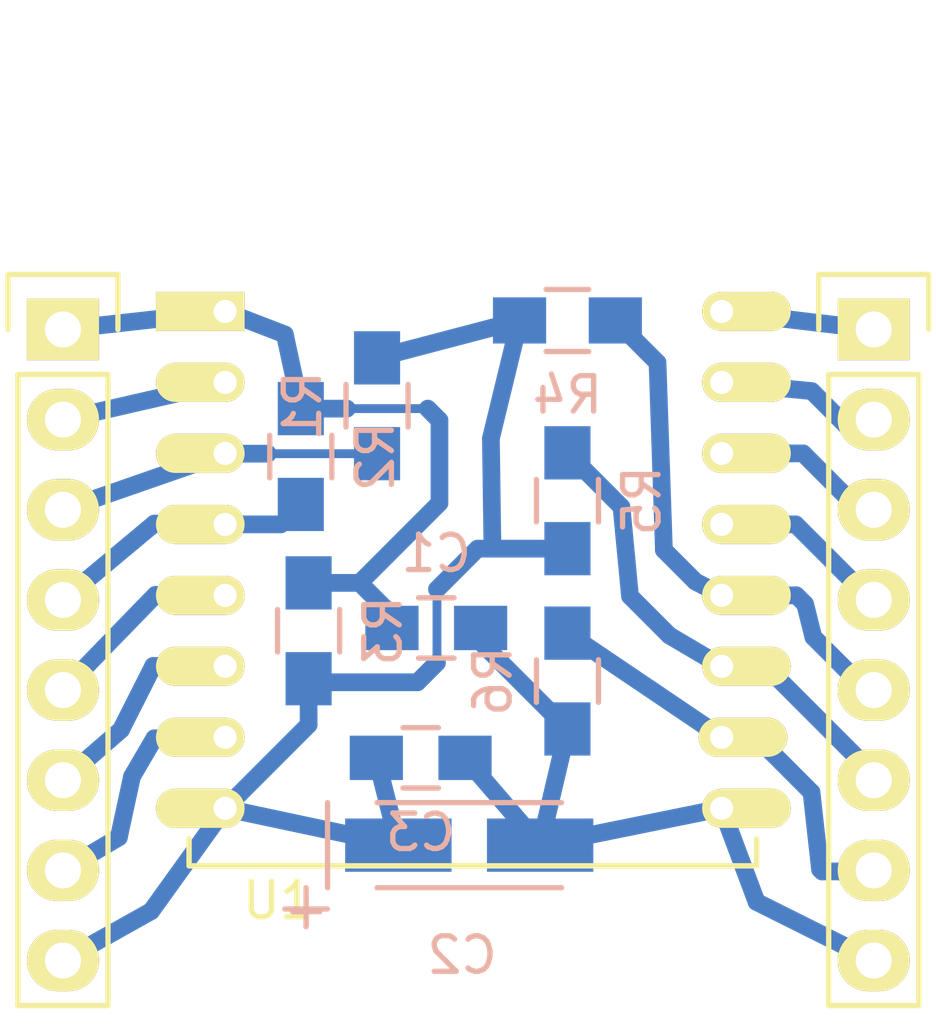
<source format=kicad_pcb>
(kicad_pcb (version 4) (host pcbnew 4.0.2-stable)

  (general
    (links 34)
    (no_connects 0)
    (area 179.295667 102.276999 212.372334 131.715)
    (thickness 1.6)
    (drawings 0)
    (tracks 95)
    (zones 0)
    (modules 12)
    (nets 17)
  )

  (page A4)
  (layers
    (0 F.Cu signal)
    (31 B.Cu signal)
    (32 B.Adhes user)
    (33 F.Adhes user)
    (34 B.Paste user)
    (35 F.Paste user)
    (36 B.SilkS user)
    (37 F.SilkS user)
    (38 B.Mask user)
    (39 F.Mask user)
    (40 Dwgs.User user)
    (41 Cmts.User user)
    (42 Eco1.User user)
    (43 Eco2.User user)
    (44 Edge.Cuts user)
    (45 Margin user)
    (46 B.CrtYd user)
    (47 F.CrtYd user)
    (48 B.Fab user)
    (49 F.Fab user)
  )

  (setup
    (last_trace_width 0.5)
    (user_trace_width 0.25)
    (user_trace_width 0.5)
    (trace_clearance 0.2)
    (zone_clearance 0.508)
    (zone_45_only no)
    (trace_min 0.2)
    (segment_width 0.2)
    (edge_width 0.15)
    (via_size 0.6)
    (via_drill 0.4)
    (via_min_size 0.4)
    (via_min_drill 0.3)
    (uvia_size 0.3)
    (uvia_drill 0.1)
    (uvias_allowed no)
    (uvia_min_size 0.2)
    (uvia_min_drill 0.1)
    (pcb_text_width 0.3)
    (pcb_text_size 1.5 1.5)
    (mod_edge_width 0.15)
    (mod_text_size 1 1)
    (mod_text_width 0.15)
    (pad_size 1.524 1.524)
    (pad_drill 0.762)
    (pad_to_mask_clearance 0.2)
    (aux_axis_origin 0 0)
    (visible_elements 7FFFFFFF)
    (pcbplotparams
      (layerselection 0x010f0_80000001)
      (usegerberextensions false)
      (excludeedgelayer true)
      (linewidth 0.100000)
      (plotframeref false)
      (viasonmask false)
      (mode 1)
      (useauxorigin false)
      (hpglpennumber 1)
      (hpglpenspeed 20)
      (hpglpendiameter 15)
      (hpglpenoverlay 2)
      (psnegative false)
      (psa4output false)
      (plotreference true)
      (plotvalue true)
      (plotinvisibletext false)
      (padsonsilk false)
      (subtractmaskfromsilk false)
      (outputformat 1)
      (mirror false)
      (drillshape 0)
      (scaleselection 1)
      (outputdirectory ""))
  )

  (net 0 "")
  (net 1 GND)
  (net 2 +3V3)
  (net 3 /REST)
  (net 4 /ADC)
  (net 5 /EN)
  (net 6 /GPIO16)
  (net 7 /GPIO14)
  (net 8 /GPIO12)
  (net 9 /GPIO13)
  (net 10 /TXD)
  (net 11 /RXD)
  (net 12 /GPIO5)
  (net 13 /GPIO4)
  (net 14 /GPIO0)
  (net 15 /GPIO2)
  (net 16 /GPIO15)

  (net_class Default "This is the default net class."
    (clearance 0.2)
    (trace_width 0.25)
    (via_dia 0.6)
    (via_drill 0.4)
    (uvia_dia 0.3)
    (uvia_drill 0.1)
    (add_net +3V3)
    (add_net /ADC)
    (add_net /EN)
    (add_net /GPIO0)
    (add_net /GPIO12)
    (add_net /GPIO13)
    (add_net /GPIO14)
    (add_net /GPIO15)
    (add_net /GPIO16)
    (add_net /GPIO2)
    (add_net /GPIO4)
    (add_net /GPIO5)
    (add_net /REST)
    (add_net /RXD)
    (add_net /TXD)
    (add_net GND)
  )

  (net_class thicker ""
    (clearance 0.2)
    (trace_width 0.5)
    (via_dia 0.6)
    (via_drill 0.4)
    (uvia_dia 0.3)
    (uvia_drill 0.1)
  )

  (module "ESP Footprints:ESP-12" (layer F.Cu) (tedit 55BE5912) (tstamp 5707A4B6)
    (at 188.976 111.252)
    (descr "Module, ESP-8266, ESP-12, 16 pad, SMD")
    (tags "Module ESP-8266 ESP8266")
    (path /5707A1DC)
    (fp_text reference U1 (at 1.5 16.6) (layer F.SilkS)
      (effects (font (size 1 1) (thickness 0.15)))
    )
    (fp_text value ESP-12 (at 6.992 1) (layer F.Fab)
      (effects (font (size 1 1) (thickness 0.15)))
    )
    (fp_line (start -2.25 -0.5) (end -2.25 -8.75) (layer F.CrtYd) (width 0.05))
    (fp_line (start -2.25 -8.75) (end 15.25 -8.75) (layer F.CrtYd) (width 0.05))
    (fp_line (start 15.25 -8.75) (end 16.25 -8.75) (layer F.CrtYd) (width 0.05))
    (fp_line (start 16.25 -8.75) (end 16.25 16) (layer F.CrtYd) (width 0.05))
    (fp_line (start 16.25 16) (end -2.25 16) (layer F.CrtYd) (width 0.05))
    (fp_line (start -2.25 16) (end -2.25 -0.5) (layer F.CrtYd) (width 0.05))
    (fp_line (start -1.016 -8.382) (end 14.986 -8.382) (layer F.CrtYd) (width 0.1524))
    (fp_line (start 14.986 -8.382) (end 14.986 -0.889) (layer F.CrtYd) (width 0.1524))
    (fp_line (start -1.016 -8.382) (end -1.016 -1.016) (layer F.CrtYd) (width 0.1524))
    (fp_line (start -1.016 14.859) (end -1.016 15.621) (layer F.SilkS) (width 0.1524))
    (fp_line (start -1.016 15.621) (end 14.986 15.621) (layer F.SilkS) (width 0.1524))
    (fp_line (start 14.986 15.621) (end 14.986 14.859) (layer F.SilkS) (width 0.1524))
    (fp_line (start 14.992 -8.4) (end -1.008 -2.6) (layer F.CrtYd) (width 0.1524))
    (fp_line (start -1.008 -8.4) (end 14.992 -2.6) (layer F.CrtYd) (width 0.1524))
    (fp_text user "No Copper" (at 6.892 -5.4) (layer F.CrtYd)
      (effects (font (size 1 1) (thickness 0.15)))
    )
    (fp_line (start -1.008 -2.6) (end 14.992 -2.6) (layer F.CrtYd) (width 0.1524))
    (fp_line (start 15 -8.4) (end 15 15.6) (layer F.Fab) (width 0.05))
    (fp_line (start 14.992 15.6) (end -1.008 15.6) (layer F.Fab) (width 0.05))
    (fp_line (start -1.008 15.6) (end -1.008 -8.4) (layer F.Fab) (width 0.05))
    (fp_line (start -1.008 -8.4) (end 14.992 -8.4) (layer F.Fab) (width 0.05))
    (pad 1 thru_hole rect (at 0 0) (size 2.5 1.1) (drill 0.65 (offset -0.7 0)) (layers *.Cu *.Mask F.SilkS)
      (net 3 /REST))
    (pad 2 thru_hole oval (at 0 2) (size 2.5 1.1) (drill 0.65 (offset -0.7 0)) (layers *.Cu *.Mask F.SilkS)
      (net 4 /ADC))
    (pad 3 thru_hole oval (at 0 4) (size 2.5 1.1) (drill 0.65 (offset -0.7 0)) (layers *.Cu *.Mask F.SilkS)
      (net 5 /EN))
    (pad 4 thru_hole oval (at 0 6) (size 2.5 1.1) (drill 0.65 (offset -0.7 0)) (layers *.Cu *.Mask F.SilkS)
      (net 6 /GPIO16))
    (pad 5 thru_hole oval (at 0 8) (size 2.5 1.1) (drill 0.65 (offset -0.7 0)) (layers *.Cu *.Mask F.SilkS)
      (net 7 /GPIO14))
    (pad 6 thru_hole oval (at 0 10) (size 2.5 1.1) (drill 0.65 (offset -0.7 0)) (layers *.Cu *.Mask F.SilkS)
      (net 8 /GPIO12))
    (pad 7 thru_hole oval (at 0 12) (size 2.5 1.1) (drill 0.65 (offset -0.7 0)) (layers *.Cu *.Mask F.SilkS)
      (net 9 /GPIO13))
    (pad 8 thru_hole oval (at 0 14) (size 2.5 1.1) (drill 0.65 (offset -0.7 0)) (layers *.Cu *.Mask F.SilkS)
      (net 2 +3V3))
    (pad 9 thru_hole oval (at 14 14) (size 2.5 1.1) (drill 0.65 (offset 0.7 0)) (layers *.Cu *.Mask F.SilkS)
      (net 1 GND))
    (pad 10 thru_hole oval (at 14 12) (size 2.5 1.1) (drill 0.65 (offset 0.6 0)) (layers *.Cu *.Mask F.SilkS)
      (net 16 /GPIO15))
    (pad 11 thru_hole oval (at 14 10) (size 2.5 1.1) (drill 0.65 (offset 0.7 0)) (layers *.Cu *.Mask F.SilkS)
      (net 15 /GPIO2))
    (pad 12 thru_hole oval (at 14 8) (size 2.5 1.1) (drill 0.65 (offset 0.7 0)) (layers *.Cu *.Mask F.SilkS)
      (net 14 /GPIO0))
    (pad 13 thru_hole oval (at 14 6) (size 2.5 1.1) (drill 0.65 (offset 0.7 0)) (layers *.Cu *.Mask F.SilkS)
      (net 13 /GPIO4))
    (pad 14 thru_hole oval (at 14 4) (size 2.5 1.1) (drill 0.65 (offset 0.7 0)) (layers *.Cu *.Mask F.SilkS)
      (net 12 /GPIO5))
    (pad 15 thru_hole oval (at 14 2) (size 2.5 1.1) (drill 0.65 (offset 0.7 0)) (layers *.Cu *.Mask F.SilkS)
      (net 11 /RXD))
    (pad 16 thru_hole oval (at 14 0) (size 2.5 1.1) (drill 0.65 (offset 0.7 0)) (layers *.Cu *.Mask F.SilkS)
      (net 10 /TXD))
    (model ${ESPLIB}/ESP8266.3dshapes/ESP-12.wrl
      (at (xyz 0 0 0))
      (scale (xyz 0.3937 0.3937 0.3937))
      (rotate (xyz 0 0 0))
    )
  )

  (module Pin_Headers:Pin_Header_Straight_1x08 (layer F.Cu) (tedit 5706458F) (tstamp 570641C7)
    (at 184.404 111.76)
    (descr "Through hole pin header")
    (tags "pin header")
    (path /57064122)
    (fp_text reference P1 (at 0 -5.1) (layer F.SilkS) hide
      (effects (font (size 1 1) (thickness 0.15)))
    )
    (fp_text value CONN_01X08 (at 0 -3.1) (layer F.Fab) hide
      (effects (font (size 1 1) (thickness 0.15)))
    )
    (fp_line (start -1.75 -1.75) (end -1.75 19.55) (layer F.CrtYd) (width 0.05))
    (fp_line (start 1.75 -1.75) (end 1.75 19.55) (layer F.CrtYd) (width 0.05))
    (fp_line (start -1.75 -1.75) (end 1.75 -1.75) (layer F.CrtYd) (width 0.05))
    (fp_line (start -1.75 19.55) (end 1.75 19.55) (layer F.CrtYd) (width 0.05))
    (fp_line (start 1.27 1.27) (end 1.27 19.05) (layer F.SilkS) (width 0.15))
    (fp_line (start 1.27 19.05) (end -1.27 19.05) (layer F.SilkS) (width 0.15))
    (fp_line (start -1.27 19.05) (end -1.27 1.27) (layer F.SilkS) (width 0.15))
    (fp_line (start 1.55 -1.55) (end 1.55 0) (layer F.SilkS) (width 0.15))
    (fp_line (start 1.27 1.27) (end -1.27 1.27) (layer F.SilkS) (width 0.15))
    (fp_line (start -1.55 0) (end -1.55 -1.55) (layer F.SilkS) (width 0.15))
    (fp_line (start -1.55 -1.55) (end 1.55 -1.55) (layer F.SilkS) (width 0.15))
    (pad 1 thru_hole rect (at 0 0) (size 2.032 1.7272) (drill 1.016) (layers *.Cu *.Mask F.SilkS)
      (net 3 /REST))
    (pad 2 thru_hole oval (at 0 2.54) (size 2.032 1.7272) (drill 1.016) (layers *.Cu *.Mask F.SilkS)
      (net 4 /ADC))
    (pad 3 thru_hole oval (at 0 5.08) (size 2.032 1.7272) (drill 1.016) (layers *.Cu *.Mask F.SilkS)
      (net 5 /EN))
    (pad 4 thru_hole oval (at 0 7.62) (size 2.032 1.7272) (drill 1.016) (layers *.Cu *.Mask F.SilkS)
      (net 6 /GPIO16))
    (pad 5 thru_hole oval (at 0 10.16) (size 2.032 1.7272) (drill 1.016) (layers *.Cu *.Mask F.SilkS)
      (net 7 /GPIO14))
    (pad 6 thru_hole oval (at 0 12.7) (size 2.032 1.7272) (drill 1.016) (layers *.Cu *.Mask F.SilkS)
      (net 8 /GPIO12))
    (pad 7 thru_hole oval (at 0 15.24) (size 2.032 1.7272) (drill 1.016) (layers *.Cu *.Mask F.SilkS)
      (net 9 /GPIO13))
    (pad 8 thru_hole oval (at 0 17.78) (size 2.032 1.7272) (drill 1.016) (layers *.Cu *.Mask F.SilkS)
      (net 2 +3V3))
    (model Pin_Headers.3dshapes/Pin_Header_Straight_1x08.wrl
      (at (xyz 0 -0.35 0))
      (scale (xyz 1 1 1))
      (rotate (xyz 0 0 90))
    )
  )

  (module Pin_Headers:Pin_Header_Straight_1x08 (layer F.Cu) (tedit 57064589) (tstamp 570641D3)
    (at 207.264 111.76)
    (descr "Through hole pin header")
    (tags "pin header")
    (path /570641B9)
    (fp_text reference P2 (at 0 -5.1) (layer F.SilkS) hide
      (effects (font (size 1 1) (thickness 0.15)))
    )
    (fp_text value CONN_01X08 (at 0 -3.1) (layer F.Fab) hide
      (effects (font (size 1 1) (thickness 0.15)))
    )
    (fp_line (start -1.75 -1.75) (end -1.75 19.55) (layer F.CrtYd) (width 0.05))
    (fp_line (start 1.75 -1.75) (end 1.75 19.55) (layer F.CrtYd) (width 0.05))
    (fp_line (start -1.75 -1.75) (end 1.75 -1.75) (layer F.CrtYd) (width 0.05))
    (fp_line (start -1.75 19.55) (end 1.75 19.55) (layer F.CrtYd) (width 0.05))
    (fp_line (start 1.27 1.27) (end 1.27 19.05) (layer F.SilkS) (width 0.15))
    (fp_line (start 1.27 19.05) (end -1.27 19.05) (layer F.SilkS) (width 0.15))
    (fp_line (start -1.27 19.05) (end -1.27 1.27) (layer F.SilkS) (width 0.15))
    (fp_line (start 1.55 -1.55) (end 1.55 0) (layer F.SilkS) (width 0.15))
    (fp_line (start 1.27 1.27) (end -1.27 1.27) (layer F.SilkS) (width 0.15))
    (fp_line (start -1.55 0) (end -1.55 -1.55) (layer F.SilkS) (width 0.15))
    (fp_line (start -1.55 -1.55) (end 1.55 -1.55) (layer F.SilkS) (width 0.15))
    (pad 1 thru_hole rect (at 0 0) (size 2.032 1.7272) (drill 1.016) (layers *.Cu *.Mask F.SilkS)
      (net 10 /TXD))
    (pad 2 thru_hole oval (at 0 2.54) (size 2.032 1.7272) (drill 1.016) (layers *.Cu *.Mask F.SilkS)
      (net 11 /RXD))
    (pad 3 thru_hole oval (at 0 5.08) (size 2.032 1.7272) (drill 1.016) (layers *.Cu *.Mask F.SilkS)
      (net 12 /GPIO5))
    (pad 4 thru_hole oval (at 0 7.62) (size 2.032 1.7272) (drill 1.016) (layers *.Cu *.Mask F.SilkS)
      (net 13 /GPIO4))
    (pad 5 thru_hole oval (at 0 10.16) (size 2.032 1.7272) (drill 1.016) (layers *.Cu *.Mask F.SilkS)
      (net 14 /GPIO0))
    (pad 6 thru_hole oval (at 0 12.7) (size 2.032 1.7272) (drill 1.016) (layers *.Cu *.Mask F.SilkS)
      (net 15 /GPIO2))
    (pad 7 thru_hole oval (at 0 15.24) (size 2.032 1.7272) (drill 1.016) (layers *.Cu *.Mask F.SilkS)
      (net 16 /GPIO15))
    (pad 8 thru_hole oval (at 0 17.78) (size 2.032 1.7272) (drill 1.016) (layers *.Cu *.Mask F.SilkS)
      (net 1 GND))
    (model Pin_Headers.3dshapes/Pin_Header_Straight_1x08.wrl
      (at (xyz 0 -0.35 0))
      (scale (xyz 1 1 1))
      (rotate (xyz 0 0 90))
    )
  )

  (module Capacitors_SMD:C_0805_HandSoldering (layer B.Cu) (tedit 541A9B8D) (tstamp 5707A491)
    (at 194.93 120.17 180)
    (descr "Capacitor SMD 0805, hand soldering")
    (tags "capacitor 0805")
    (path /5707AC92)
    (attr smd)
    (fp_text reference C1 (at 0 2.1 180) (layer B.SilkS)
      (effects (font (size 1 1) (thickness 0.15)) (justify mirror))
    )
    (fp_text value 100nF (at 0 -2.1 180) (layer B.Fab)
      (effects (font (size 1 1) (thickness 0.15)) (justify mirror))
    )
    (fp_line (start -2.3 1) (end 2.3 1) (layer B.CrtYd) (width 0.05))
    (fp_line (start -2.3 -1) (end 2.3 -1) (layer B.CrtYd) (width 0.05))
    (fp_line (start -2.3 1) (end -2.3 -1) (layer B.CrtYd) (width 0.05))
    (fp_line (start 2.3 1) (end 2.3 -1) (layer B.CrtYd) (width 0.05))
    (fp_line (start 0.5 0.85) (end -0.5 0.85) (layer B.SilkS) (width 0.15))
    (fp_line (start -0.5 -0.85) (end 0.5 -0.85) (layer B.SilkS) (width 0.15))
    (pad 1 smd rect (at -1.25 0 180) (size 1.5 1.25) (layers B.Cu B.Paste B.Mask)
      (net 1 GND))
    (pad 2 smd rect (at 1.25 0 180) (size 1.5 1.25) (layers B.Cu B.Paste B.Mask)
      (net 3 /REST))
    (model Capacitors_SMD.3dshapes/C_0805_HandSoldering.wrl
      (at (xyz 0 0 0))
      (scale (xyz 1 1 1))
      (rotate (xyz 0 0 0))
    )
  )

  (module Resistors_SMD:R_0805_HandSoldering (layer B.Cu) (tedit 54189DEE) (tstamp 5707A497)
    (at 193.26 113.91 270)
    (descr "Resistor SMD 0805, hand soldering")
    (tags "resistor 0805")
    (path /5707A640)
    (attr smd)
    (fp_text reference R1 (at 0 2.1 270) (layer B.SilkS)
      (effects (font (size 1 1) (thickness 0.15)) (justify mirror))
    )
    (fp_text value 10k (at 0 -2.1 270) (layer B.Fab)
      (effects (font (size 1 1) (thickness 0.15)) (justify mirror))
    )
    (fp_line (start -2.4 1) (end 2.4 1) (layer B.CrtYd) (width 0.05))
    (fp_line (start -2.4 -1) (end 2.4 -1) (layer B.CrtYd) (width 0.05))
    (fp_line (start -2.4 1) (end -2.4 -1) (layer B.CrtYd) (width 0.05))
    (fp_line (start 2.4 1) (end 2.4 -1) (layer B.CrtYd) (width 0.05))
    (fp_line (start 0.6 -0.875) (end -0.6 -0.875) (layer B.SilkS) (width 0.15))
    (fp_line (start -0.6 0.875) (end 0.6 0.875) (layer B.SilkS) (width 0.15))
    (pad 1 smd rect (at -1.35 0 270) (size 1.5 1.3) (layers B.Cu B.Paste B.Mask)
      (net 2 +3V3))
    (pad 2 smd rect (at 1.35 0 270) (size 1.5 1.3) (layers B.Cu B.Paste B.Mask)
      (net 5 /EN))
    (model Resistors_SMD.3dshapes/R_0805_HandSoldering.wrl
      (at (xyz 0 0 0))
      (scale (xyz 1 1 1))
      (rotate (xyz 0 0 0))
    )
  )

  (module Resistors_SMD:R_0805_HandSoldering (layer B.Cu) (tedit 54189DEE) (tstamp 5707A49D)
    (at 191.11 115.34 90)
    (descr "Resistor SMD 0805, hand soldering")
    (tags "resistor 0805")
    (path /5707AE04)
    (attr smd)
    (fp_text reference R2 (at 0 2.1 90) (layer B.SilkS)
      (effects (font (size 1 1) (thickness 0.15)) (justify mirror))
    )
    (fp_text value 1k (at 0 -2.1 90) (layer B.Fab)
      (effects (font (size 1 1) (thickness 0.15)) (justify mirror))
    )
    (fp_line (start -2.4 1) (end 2.4 1) (layer B.CrtYd) (width 0.05))
    (fp_line (start -2.4 -1) (end 2.4 -1) (layer B.CrtYd) (width 0.05))
    (fp_line (start -2.4 1) (end -2.4 -1) (layer B.CrtYd) (width 0.05))
    (fp_line (start 2.4 1) (end 2.4 -1) (layer B.CrtYd) (width 0.05))
    (fp_line (start 0.6 -0.875) (end -0.6 -0.875) (layer B.SilkS) (width 0.15))
    (fp_line (start -0.6 0.875) (end 0.6 0.875) (layer B.SilkS) (width 0.15))
    (pad 1 smd rect (at -1.35 0 90) (size 1.5 1.3) (layers B.Cu B.Paste B.Mask)
      (net 6 /GPIO16))
    (pad 2 smd rect (at 1.35 0 90) (size 1.5 1.3) (layers B.Cu B.Paste B.Mask)
      (net 3 /REST))
    (model Resistors_SMD.3dshapes/R_0805_HandSoldering.wrl
      (at (xyz 0 0 0))
      (scale (xyz 1 1 1))
      (rotate (xyz 0 0 0))
    )
  )

  (module Resistors_SMD:R_0805_HandSoldering (layer B.Cu) (tedit 54189DEE) (tstamp 5707A4A3)
    (at 191.33 120.25 90)
    (descr "Resistor SMD 0805, hand soldering")
    (tags "resistor 0805")
    (path /5707A5DE)
    (attr smd)
    (fp_text reference R3 (at 0 2.1 90) (layer B.SilkS)
      (effects (font (size 1 1) (thickness 0.15)) (justify mirror))
    )
    (fp_text value 10k (at 0 -2.1 90) (layer B.Fab)
      (effects (font (size 1 1) (thickness 0.15)) (justify mirror))
    )
    (fp_line (start -2.4 1) (end 2.4 1) (layer B.CrtYd) (width 0.05))
    (fp_line (start -2.4 -1) (end 2.4 -1) (layer B.CrtYd) (width 0.05))
    (fp_line (start -2.4 1) (end -2.4 -1) (layer B.CrtYd) (width 0.05))
    (fp_line (start 2.4 1) (end 2.4 -1) (layer B.CrtYd) (width 0.05))
    (fp_line (start 0.6 -0.875) (end -0.6 -0.875) (layer B.SilkS) (width 0.15))
    (fp_line (start -0.6 0.875) (end 0.6 0.875) (layer B.SilkS) (width 0.15))
    (pad 1 smd rect (at -1.35 0 90) (size 1.5 1.3) (layers B.Cu B.Paste B.Mask)
      (net 2 +3V3))
    (pad 2 smd rect (at 1.35 0 90) (size 1.5 1.3) (layers B.Cu B.Paste B.Mask)
      (net 3 /REST))
    (model Resistors_SMD.3dshapes/R_0805_HandSoldering.wrl
      (at (xyz 0 0 0))
      (scale (xyz 1 1 1))
      (rotate (xyz 0 0 0))
    )
  )

  (module Resistors_SMD:R_0805_HandSoldering (layer B.Cu) (tedit 54189DEE) (tstamp 5707A4A9)
    (at 198.628 111.506)
    (descr "Resistor SMD 0805, hand soldering")
    (tags "resistor 0805")
    (path /5707A5B1)
    (attr smd)
    (fp_text reference R4 (at 0 2.1) (layer B.SilkS)
      (effects (font (size 1 1) (thickness 0.15)) (justify mirror))
    )
    (fp_text value 10k (at 0 -2.1) (layer B.Fab)
      (effects (font (size 1 1) (thickness 0.15)) (justify mirror))
    )
    (fp_line (start -2.4 1) (end 2.4 1) (layer B.CrtYd) (width 0.05))
    (fp_line (start -2.4 -1) (end 2.4 -1) (layer B.CrtYd) (width 0.05))
    (fp_line (start -2.4 1) (end -2.4 -1) (layer B.CrtYd) (width 0.05))
    (fp_line (start 2.4 1) (end 2.4 -1) (layer B.CrtYd) (width 0.05))
    (fp_line (start 0.6 -0.875) (end -0.6 -0.875) (layer B.SilkS) (width 0.15))
    (fp_line (start -0.6 0.875) (end 0.6 0.875) (layer B.SilkS) (width 0.15))
    (pad 1 smd rect (at -1.35 0) (size 1.5 1.3) (layers B.Cu B.Paste B.Mask)
      (net 2 +3V3))
    (pad 2 smd rect (at 1.35 0) (size 1.5 1.3) (layers B.Cu B.Paste B.Mask)
      (net 14 /GPIO0))
    (model Resistors_SMD.3dshapes/R_0805_HandSoldering.wrl
      (at (xyz 0 0 0))
      (scale (xyz 1 1 1))
      (rotate (xyz 0 0 0))
    )
  )

  (module Resistors_SMD:R_0805_HandSoldering (layer B.Cu) (tedit 54189DEE) (tstamp 5707A4AF)
    (at 198.628 116.586 90)
    (descr "Resistor SMD 0805, hand soldering")
    (tags "resistor 0805")
    (path /5707A562)
    (attr smd)
    (fp_text reference R5 (at 0 2.1 90) (layer B.SilkS)
      (effects (font (size 1 1) (thickness 0.15)) (justify mirror))
    )
    (fp_text value 10k (at 0 -2.1 90) (layer B.Fab)
      (effects (font (size 1 1) (thickness 0.15)) (justify mirror))
    )
    (fp_line (start -2.4 1) (end 2.4 1) (layer B.CrtYd) (width 0.05))
    (fp_line (start -2.4 -1) (end 2.4 -1) (layer B.CrtYd) (width 0.05))
    (fp_line (start -2.4 1) (end -2.4 -1) (layer B.CrtYd) (width 0.05))
    (fp_line (start 2.4 1) (end 2.4 -1) (layer B.CrtYd) (width 0.05))
    (fp_line (start 0.6 -0.875) (end -0.6 -0.875) (layer B.SilkS) (width 0.15))
    (fp_line (start -0.6 0.875) (end 0.6 0.875) (layer B.SilkS) (width 0.15))
    (pad 1 smd rect (at -1.35 0 90) (size 1.5 1.3) (layers B.Cu B.Paste B.Mask)
      (net 2 +3V3))
    (pad 2 smd rect (at 1.35 0 90) (size 1.5 1.3) (layers B.Cu B.Paste B.Mask)
      (net 15 /GPIO2))
    (model Resistors_SMD.3dshapes/R_0805_HandSoldering.wrl
      (at (xyz 0 0 0))
      (scale (xyz 1 1 1))
      (rotate (xyz 0 0 0))
    )
  )

  (module Resistors_SMD:R_0805_HandSoldering (layer B.Cu) (tedit 54189DEE) (tstamp 5707A4B5)
    (at 198.628 121.666 270)
    (descr "Resistor SMD 0805, hand soldering")
    (tags "resistor 0805")
    (path /5707A96D)
    (attr smd)
    (fp_text reference R6 (at 0 2.1 270) (layer B.SilkS)
      (effects (font (size 1 1) (thickness 0.15)) (justify mirror))
    )
    (fp_text value 10k (at 0 -2.1 270) (layer B.Fab)
      (effects (font (size 1 1) (thickness 0.15)) (justify mirror))
    )
    (fp_line (start -2.4 1) (end 2.4 1) (layer B.CrtYd) (width 0.05))
    (fp_line (start -2.4 -1) (end 2.4 -1) (layer B.CrtYd) (width 0.05))
    (fp_line (start -2.4 1) (end -2.4 -1) (layer B.CrtYd) (width 0.05))
    (fp_line (start 2.4 1) (end 2.4 -1) (layer B.CrtYd) (width 0.05))
    (fp_line (start 0.6 -0.875) (end -0.6 -0.875) (layer B.SilkS) (width 0.15))
    (fp_line (start -0.6 0.875) (end 0.6 0.875) (layer B.SilkS) (width 0.15))
    (pad 1 smd rect (at -1.35 0 270) (size 1.5 1.3) (layers B.Cu B.Paste B.Mask)
      (net 16 /GPIO15))
    (pad 2 smd rect (at 1.35 0 270) (size 1.5 1.3) (layers B.Cu B.Paste B.Mask)
      (net 1 GND))
    (model Resistors_SMD.3dshapes/R_0805_HandSoldering.wrl
      (at (xyz 0 0 0))
      (scale (xyz 1 1 1))
      (rotate (xyz 0 0 0))
    )
  )

  (module Capacitors_Tantalum_SMD:TantalC_SizeA_EIA-3216_HandSoldering (layer B.Cu) (tedit 0) (tstamp 5707AF61)
    (at 195.86 126.29)
    (descr "Tantal Cap. , Size A, EIA-3216, Hand Soldering,")
    (tags "Tantal Cap. , Size A, EIA-3216, Hand Soldering,")
    (path /5707C039)
    (attr smd)
    (fp_text reference C2 (at -0.20066 3.0988) (layer B.SilkS)
      (effects (font (size 1 1) (thickness 0.15)) (justify mirror))
    )
    (fp_text value 10uF (at -0.09906 -3.0988) (layer B.Fab)
      (effects (font (size 1 1) (thickness 0.15)) (justify mirror))
    )
    (fp_text user + (at -4.59994 1.80086) (layer B.SilkS)
      (effects (font (size 1 1) (thickness 0.15)) (justify mirror))
    )
    (fp_line (start -2.60096 -1.19888) (end 2.60096 -1.19888) (layer B.SilkS) (width 0.15))
    (fp_line (start 2.60096 1.19888) (end -2.60096 1.19888) (layer B.SilkS) (width 0.15))
    (fp_line (start -4.59994 2.2987) (end -4.59994 1.19888) (layer B.SilkS) (width 0.15))
    (fp_line (start -5.19938 1.79832) (end -4.0005 1.79832) (layer B.SilkS) (width 0.15))
    (fp_line (start -3.99542 1.19888) (end -3.99542 -1.19888) (layer B.SilkS) (width 0.15))
    (pad 2 smd rect (at 1.99898 0) (size 2.99974 1.50114) (layers B.Cu B.Paste B.Mask)
      (net 1 GND))
    (pad 1 smd rect (at -1.99898 0) (size 2.99974 1.50114) (layers B.Cu B.Paste B.Mask)
      (net 2 +3V3))
    (model Capacitors_Tantalum_SMD.3dshapes/TantalC_SizeA_EIA-3216_HandSoldering.wrl
      (at (xyz 0 0 0))
      (scale (xyz 1 1 1))
      (rotate (xyz 0 0 180))
    )
  )

  (module Capacitors_SMD:C_0805_HandSoldering (layer B.Cu) (tedit 541A9B8D) (tstamp 5707AF67)
    (at 194.49 123.83)
    (descr "Capacitor SMD 0805, hand soldering")
    (tags "capacitor 0805")
    (path /5707BED7)
    (attr smd)
    (fp_text reference C3 (at 0 2.1) (layer B.SilkS)
      (effects (font (size 1 1) (thickness 0.15)) (justify mirror))
    )
    (fp_text value 100nF (at 0 -2.1) (layer B.Fab)
      (effects (font (size 1 1) (thickness 0.15)) (justify mirror))
    )
    (fp_line (start -2.3 1) (end 2.3 1) (layer B.CrtYd) (width 0.05))
    (fp_line (start -2.3 -1) (end 2.3 -1) (layer B.CrtYd) (width 0.05))
    (fp_line (start -2.3 1) (end -2.3 -1) (layer B.CrtYd) (width 0.05))
    (fp_line (start 2.3 1) (end 2.3 -1) (layer B.CrtYd) (width 0.05))
    (fp_line (start 0.5 0.85) (end -0.5 0.85) (layer B.SilkS) (width 0.15))
    (fp_line (start -0.5 -0.85) (end 0.5 -0.85) (layer B.SilkS) (width 0.15))
    (pad 1 smd rect (at -1.25 0) (size 1.5 1.25) (layers B.Cu B.Paste B.Mask)
      (net 2 +3V3))
    (pad 2 smd rect (at 1.25 0) (size 1.5 1.25) (layers B.Cu B.Paste B.Mask)
      (net 1 GND))
    (model Capacitors_SMD.3dshapes/C_0805_HandSoldering.wrl
      (at (xyz 0 0 0))
      (scale (xyz 1 1 1))
      (rotate (xyz 0 0 0))
    )
  )

  (segment (start 197.85898 126.29) (end 195.74 123.83) (width 0.5) (layer B.Cu) (net 1) (tstamp 5707C021) (status C00000))
  (segment (start 198.628 123.016) (end 197.85898 126.29) (width 0.5) (layer B.Cu) (net 1) (tstamp 5707BEBD))
  (segment (start 202.976 125.252) (end 197.85898 126.29) (width 0.5) (layer B.Cu) (net 1) (tstamp 5707BEB7))
  (segment (start 202.976 125.252) (end 203.96 127.89) (width 0.5) (layer B.Cu) (net 1) (tstamp 5707BBE3))
  (segment (start 203.96 127.89) (end 207.264 129.54) (width 0.5) (layer B.Cu) (net 1) (tstamp 5707BBE4))
  (segment (start 197.33 126.81898) (end 197.85898 126.29) (width 0.25) (layer B.Cu) (net 1) (tstamp 5707AF89))
  (segment (start 197.85898 126.29) (end 199.14 126.29) (width 0.25) (layer B.Cu) (net 1))
  (segment (start 198.628 123.016) (end 198.628 123.138) (width 0.25) (layer B.Cu) (net 1))
  (segment (start 196.18 120.17) (end 196.18 120.568) (width 0.25) (layer B.Cu) (net 1))
  (segment (start 196.18 120.568) (end 198.628 123.016) (width 0.5) (layer B.Cu) (net 1) (tstamp 5707AB2C))
  (segment (start 193.24 123.83) (end 193.86102 126.29) (width 0.5) (layer B.Cu) (net 2) (tstamp 5707C024) (status C00000))
  (segment (start 197.278 111.506) (end 196.47 114.83) (width 0.5) (layer B.Cu) (net 2) (tstamp 5707BF48))
  (segment (start 196.47 114.83) (end 196.513746 117.936) (width 0.5) (layer B.Cu) (net 2) (tstamp 5707BF49))
  (segment (start 193.26 112.56) (end 197.278 111.506) (width 0.5) (layer B.Cu) (net 2) (tstamp 5707BF44))
  (segment (start 188.976 125.252) (end 193.86102 126.29) (width 0.5) (layer B.Cu) (net 2) (tstamp 5707BEB2))
  (segment (start 188.976 125.252) (end 186.89 128.15) (width 0.5) (layer B.Cu) (net 2) (tstamp 5707BBC7))
  (segment (start 186.89 128.15) (end 184.404 129.54) (width 0.5) (layer B.Cu) (net 2) (tstamp 5707BBC9))
  (segment (start 198.628 117.936) (end 196.513746 117.936) (width 0.5) (layer B.Cu) (net 2))
  (segment (start 196.513746 117.936) (end 196.094 117.936) (width 0.5) (layer B.Cu) (net 2) (tstamp 5707BF4E))
  (segment (start 196.094 117.936) (end 194.95 119.08) (width 0.5) (layer B.Cu) (net 2) (tstamp 5707AB20))
  (segment (start 194.95 119.08) (end 194.95 121.15) (width 0.25) (layer B.Cu) (net 2) (tstamp 5707AB22))
  (segment (start 194.95 121.15) (end 194.4 121.7) (width 0.5) (layer B.Cu) (net 2) (tstamp 5707AB24))
  (segment (start 194.4 121.7) (end 191.43 121.7) (width 0.5) (layer B.Cu) (net 2) (tstamp 5707AB25))
  (segment (start 191.43 121.7) (end 191.33 121.6) (width 0.25) (layer B.Cu) (net 2) (tstamp 5707AB26))
  (segment (start 191.33 121.6) (end 191.33 122.898) (width 0.5) (layer B.Cu) (net 2))
  (segment (start 191.33 122.898) (end 188.976 125.252) (width 0.5) (layer B.Cu) (net 2) (tstamp 5707A848))
  (segment (start 191.69 121.158) (end 191.864 121.572) (width 0.25) (layer B.Cu) (net 2))
  (segment (start 188.976 111.252) (end 190.66 111.9) (width 0.5) (layer B.Cu) (net 3) (tstamp 5707BEED))
  (segment (start 190.66 111.9) (end 191.11 113.99) (width 0.5) (layer B.Cu) (net 3) (tstamp 5707BEEE))
  (segment (start 188.976 111.252) (end 184.404 111.76) (width 0.5) (layer B.Cu) (net 3) (tstamp 5707BB56))
  (segment (start 193.68 120.17) (end 193.68 119.81) (width 0.25) (layer B.Cu) (net 3))
  (segment (start 193.68 119.81) (end 192.77 118.9) (width 0.5) (layer B.Cu) (net 3) (tstamp 5707AB29))
  (segment (start 191.11 113.99) (end 192.41 113.99) (width 0.5) (layer B.Cu) (net 3))
  (segment (start 194.69 113.99) (end 195.02 114.32) (width 0.5) (layer B.Cu) (net 3) (tstamp 5707AA38))
  (segment (start 195.02 114.32) (end 195.02 116.65) (width 0.5) (layer B.Cu) (net 3) (tstamp 5707AA3A))
  (segment (start 195.02 116.65) (end 192.77 118.9) (width 0.5) (layer B.Cu) (net 3) (tstamp 5707AA3D))
  (segment (start 192.41 113.99) (end 194.69 113.99) (width 0.25) (layer B.Cu) (net 3) (tstamp 5707BE9A))
  (segment (start 192.77 118.9) (end 191.33 118.9) (width 0.5) (layer B.Cu) (net 3) (tstamp 5707AA3E))
  (segment (start 188.976 113.252) (end 184.404 114.3) (width 0.5) (layer B.Cu) (net 4) (tstamp 5707BB5C))
  (segment (start 188.976 115.252) (end 184.404 116.84) (width 0.5) (layer B.Cu) (net 5) (tstamp 5707BB61))
  (segment (start 193.26 115.26) (end 190.18 115.26) (width 0.25) (layer B.Cu) (net 5))
  (segment (start 190.18 115.26) (end 188.984 115.26) (width 0.5) (layer B.Cu) (net 5) (tstamp 5707BE92))
  (segment (start 188.984 115.26) (end 188.976 115.252) (width 0.25) (layer B.Cu) (net 5) (tstamp 5707AA35))
  (segment (start 188.976 115.252) (end 188.976 115.194) (width 0.25) (layer B.Cu) (net 5))
  (segment (start 188.976 117.252) (end 186.98 117.23) (width 0.5) (layer B.Cu) (net 6) (tstamp 5707BB71))
  (segment (start 186.98 117.23) (end 184.404 119.38) (width 0.5) (layer B.Cu) (net 6) (tstamp 5707BB76))
  (segment (start 188.976 117.252) (end 190.548 117.252) (width 0.5) (layer B.Cu) (net 6))
  (segment (start 190.548 117.252) (end 191.11 116.69) (width 0.25) (layer B.Cu) (net 6) (tstamp 5707AA2D))
  (segment (start 188.976 119.252) (end 187.01 119.24) (width 0.5) (layer B.Cu) (net 7) (tstamp 5707BB7B))
  (segment (start 187.01 119.24) (end 184.404 121.92) (width 0.5) (layer B.Cu) (net 7) (tstamp 5707BB7E))
  (segment (start 184.404 124.46) (end 186.04 123.04) (width 0.5) (layer B.Cu) (net 8) (tstamp 5707BB93))
  (segment (start 186.95 121.24) (end 188.976 121.252) (width 0.5) (layer B.Cu) (net 8) (tstamp 5707BB98))
  (segment (start 186.04 123.04) (end 186.95 121.24) (width 0.5) (layer B.Cu) (net 8) (tstamp 5707BB95))
  (segment (start 188.976 121.252) (end 187.358 121.252) (width 0.5) (layer B.Cu) (net 8))
  (segment (start 184.404 127) (end 185.98 126.07) (width 0.5) (layer B.Cu) (net 9) (tstamp 5707BB9E))
  (segment (start 186.98 123.28) (end 188.976 123.252) (width 0.5) (layer B.Cu) (net 9) (tstamp 5707BBA6))
  (segment (start 186.35 124.36) (end 186.98 123.28) (width 0.5) (layer B.Cu) (net 9) (tstamp 5707BBA1))
  (segment (start 185.98 126.07) (end 186.35 124.36) (width 0.5) (layer B.Cu) (net 9) (tstamp 5707BBA0))
  (segment (start 188.976 123.252) (end 187.898 123.252) (width 0.5) (layer B.Cu) (net 9))
  (segment (start 184.912 127) (end 184.404 127) (width 0.5) (layer B.Cu) (net 9) (tstamp 5707B928))
  (segment (start 207.264 111.76) (end 202.976 111.252) (width 0.5) (layer B.Cu) (net 10) (tstamp 5707BEF7))
  (segment (start 207.264 114.3) (end 206.565 114.545) (width 0.5) (layer B.Cu) (net 11))
  (segment (start 206.565 114.545) (end 205.517 113.497) (width 0.5) (layer B.Cu) (net 11) (tstamp 5707BABC))
  (segment (start 205.517 113.497) (end 202.976 113.252) (width 0.5) (layer B.Cu) (net 11) (tstamp 5707BABD))
  (segment (start 207.264 116.84) (end 206.86 116.84) (width 0.5) (layer B.Cu) (net 12))
  (segment (start 206.86 116.84) (end 205.272 115.252) (width 0.5) (layer B.Cu) (net 12) (tstamp 5707BAB8))
  (segment (start 205.272 115.252) (end 202.976 115.252) (width 0.5) (layer B.Cu) (net 12) (tstamp 5707BAB9))
  (segment (start 207.264 119.38) (end 207.19 119.38) (width 0.5) (layer B.Cu) (net 13))
  (segment (start 207.19 119.38) (end 205.062 117.252) (width 0.5) (layer B.Cu) (net 13) (tstamp 5707BAB3))
  (segment (start 205.062 117.252) (end 202.976 117.252) (width 0.5) (layer B.Cu) (net 13) (tstamp 5707BAB4))
  (segment (start 207.264 121.92) (end 207.012427 121.877573) (width 0.5) (layer B.Cu) (net 14))
  (segment (start 207.012427 121.877573) (end 205.562427 120.427573) (width 0.5) (layer B.Cu) (net 14) (tstamp 5707BAAD))
  (segment (start 205.562427 120.427573) (end 205.33 119.5) (width 0.5) (layer B.Cu) (net 14) (tstamp 5707BAAE))
  (segment (start 205.33 119.5) (end 205.082 119.252) (width 0.5) (layer B.Cu) (net 14) (tstamp 5707BAAF))
  (segment (start 205.082 119.252) (end 202.976 119.252) (width 0.5) (layer B.Cu) (net 14) (tstamp 5707BAB0))
  (segment (start 202.976 119.252) (end 202.236 118.862) (width 0.5) (layer B.Cu) (net 14))
  (segment (start 202.236 118.862) (end 201.348 117.974) (width 0.5) (layer B.Cu) (net 14) (tstamp 5707A6F9))
  (segment (start 201.348 117.974) (end 201.168 112.696) (width 0.5) (layer B.Cu) (net 14) (tstamp 5707A6FA))
  (segment (start 201.168 112.696) (end 199.978 111.506) (width 0.5) (layer B.Cu) (net 14) (tstamp 5707A6FB))
  (segment (start 207.264 124.46) (end 207.264 124.294) (width 0.5) (layer B.Cu) (net 15))
  (segment (start 207.264 124.294) (end 204.222 121.252) (width 0.5) (layer B.Cu) (net 15) (tstamp 5707BAA9))
  (segment (start 204.222 121.252) (end 202.976 121.252) (width 0.5) (layer B.Cu) (net 15) (tstamp 5707BAAA))
  (segment (start 202.976 121.252) (end 201.502 120.382) (width 0.5) (layer B.Cu) (net 15))
  (segment (start 201.502 120.382) (end 200.392 119.272) (width 0.5) (layer B.Cu) (net 15) (tstamp 5707A6F2))
  (segment (start 200.392 119.272) (end 200.152 116.76) (width 0.5) (layer B.Cu) (net 15) (tstamp 5707A6F3))
  (segment (start 200.152 116.76) (end 198.628 115.236) (width 0.5) (layer B.Cu) (net 15) (tstamp 5707A6F5))
  (segment (start 198.628 120.316) (end 202.976 123.252) (width 0.5) (layer B.Cu) (net 16) (tstamp 5707BEDE))
  (segment (start 207.274 127.03) (end 205.81 127.03) (width 0.5) (layer B.Cu) (net 16))
  (segment (start 205.509539 124.800462) (end 204.061539 123.352462) (width 0.5) (layer B.Cu) (net 16) (tstamp 5707BAA5))
  (segment (start 205.75 126.97) (end 205.509539 124.800462) (width 0.5) (layer B.Cu) (net 16) (tstamp 5707BAA4))
  (segment (start 205.81 127.03) (end 205.75 126.97) (width 0.5) (layer B.Cu) (net 16) (tstamp 5707BAA3))
  (segment (start 204.061539 123.352462) (end 202.976 123.252) (width 0.5) (layer B.Cu) (net 16) (tstamp 5707BAA6))
  (segment (start 198.628 120.316) (end 198.628 120.338) (width 0.25) (layer B.Cu) (net 16))
  (segment (start 198.628 120.316) (end 198.628 120.376) (width 0.25) (layer B.Cu) (net 16))
  (segment (start 202.74 123.016) (end 202.976 123.252) (width 0.25) (layer B.Cu) (net 16) (tstamp 5707A679))

)

</source>
